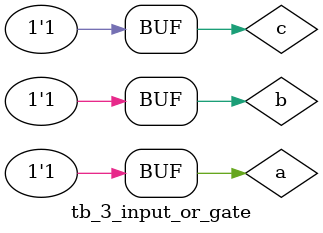
<source format=v>
module tb_3_input_or_gate(); // Test bench fortb_ and_gate.v
	reg a,b,c; // a reg, to allow us to assign the input, and a wire to receive the output
	wire out;
	three_input_or_gate uut(out,a,b,c); // this instantiates a and gate, uut is a label
	initial
	begin
		a = 1'b0; // here we apply inputs to the gate
		b = 1'b0;
		c = 1'b0;
		#10;
		a = 1'b0;
		b = 1'b0;
		c = 1'b1;
		#10;
		a = 1'b0;
		b = 1'b1;
		c = 1'b0;
		#10;
		a = 1'b0;
		b = 1'b1;
		c = 1'b1;
		#10;
		a = 1'b1;
		b = 1'b0;
		c = 1'b0;
		#10;
		a = 1'b1;
		b = 1'b0;
		c = 1'b1;
		#10;
		a = 1'b1;
		b = 1'b1;
		c = 1'b0;
		#10;
		a = 1'b1;
		b = 1'b1;
		c = 1'b1;
		#10;
	end
	// set up the monitoring
	initial
		begin
			$monitor("a=%b, b=%b, c=%b, out=%b, time=%t\n", a, b, c, out, $time);
		end
endmodule
</source>
